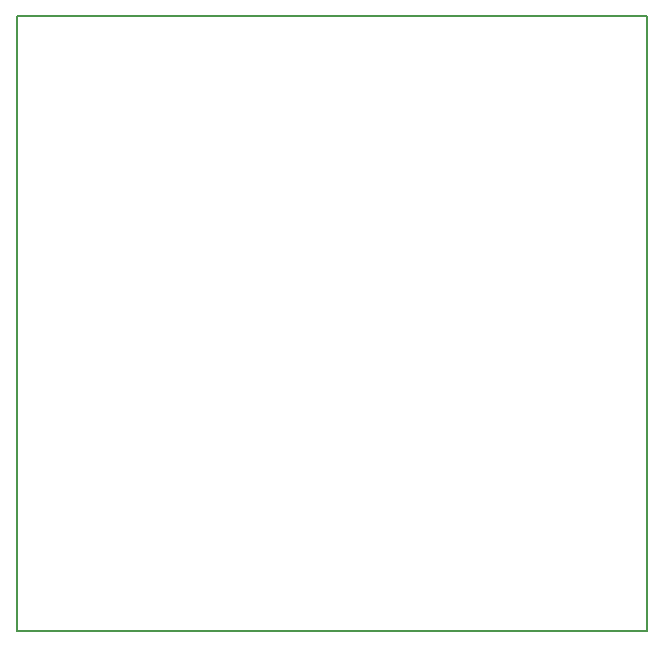
<source format=gm1>
G04 #@! TF.FileFunction,Profile,NP*
%FSLAX46Y46*%
G04 Gerber Fmt 4.6, Leading zero omitted, Abs format (unit mm)*
G04 Created by KiCad (PCBNEW 4.0.4+e1-6308~48~ubuntu16.04.1-stable) date Thu Dec  1 18:14:11 2016*
%MOMM*%
%LPD*%
G01*
G04 APERTURE LIST*
%ADD10C,0.100000*%
%ADD11C,0.150000*%
G04 APERTURE END LIST*
D10*
D11*
X124460000Y-31750000D02*
X71120000Y-31750000D01*
X124460000Y-83820000D02*
X124460000Y-31750000D01*
X71120000Y-83820000D02*
X124460000Y-83820000D01*
X71120000Y-31750000D02*
X71120000Y-83820000D01*
M02*

</source>
